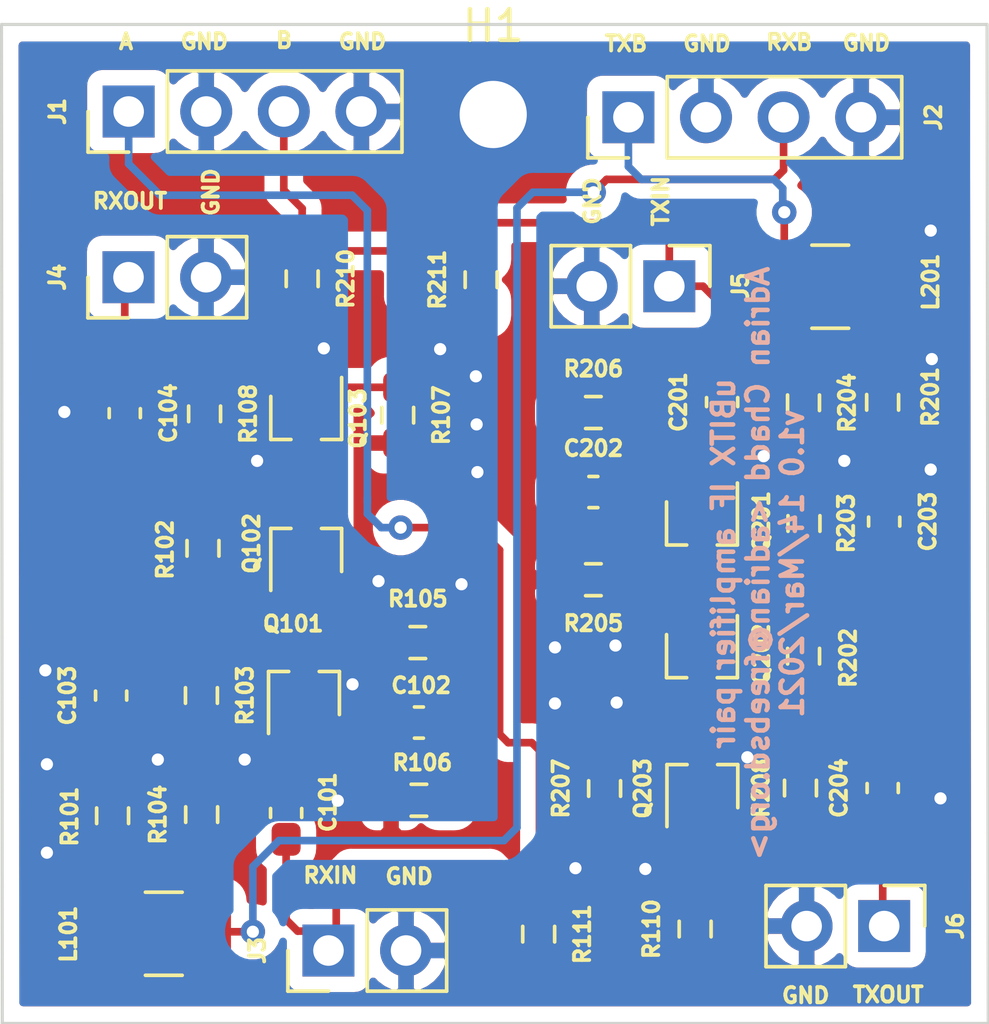
<source format=kicad_pcb>
(kicad_pcb (version 20171130) (host pcbnew 5.1.8)
  (layers (0 F.Cu signal) (31 B.Cu signal) (34 B.Paste user) (35 F.Paste user) (36 B.SilkS user) (37 F.SilkS user) (38 B.Mask user) (39 F.Mask user) (44 Edge.Cuts user))
  (net 0 "")
  (net 1 "Net-(C101-Pad1)")
  (net 2 RX_IN)
  (net 3 "Net-(C102-Pad2)")
  (net 4 "Net-(C102-Pad1)")
  (net 5 "Net-(C103-Pad1)")
  (net 6 GND)
  (net 7 "Net-(C104-Pad2)")
  (net 8 RX_OUT)
  (net 9 "Net-(C201-Pad1)")
  (net 10 TX_IN)
  (net 11 "Net-(C202-Pad2)")
  (net 12 "Net-(C202-Pad1)")
  (net 13 "Net-(C203-Pad1)")
  (net 14 TX_OUT)
  (net 15 "Net-(C204-Pad2)")
  (net 16 SIGNAL_A)
  (net 17 SIGNAL_B)
  (net 18 TXB)
  (net 19 RXB)
  (net 20 "Net-(L101-Pad2)")
  (net 21 "Net-(L201-Pad2)")
  (net 22 "Net-(Q101-Pad3)")
  (net 23 "Net-(Q102-Pad2)")
  (net 24 "Net-(Q201-Pad3)")
  (net 25 "Net-(Q202-Pad2)")
  (module Capacitor_SMD:C_0603_1608Metric_Pad1.08x0.95mm_HandSolder (layer F.Cu) (at 21.21916 37.86632 270)
    (fp_text reference C101 (at -0.35052 -1.3716 90) (layer F.SilkS) (effects (font (size 0.5 0.5) (thickness 0.125))))
    (fp_text value 0.1u)
    (pad 1 smd roundrect (at -0.8625 0 270) (size 1.075 0.95) (layers F.Cu F.Paste F.Mask) (net 1 "Net-(C101-Pad1)"))
    (pad 2 smd roundrect (at 0.8625 0 270) (size 1.075 0.95) (layers F.Cu F.Paste F.Mask) (net 2 RX_IN))
  )
  (module Capacitor_SMD:C_0603_1608Metric_Pad1.08x0.95mm_HandSolder (layer F.Cu) (at 25.56764 34.90722 180)
    (fp_text reference C102 (at -0.07366 1.21412) (layer F.SilkS) (effects (font (size 0.5 0.5) (thickness 0.125))))
    (fp_text value 0.1u)
    (pad 2 smd roundrect (at 0.8625 0 180) (size 1.075 0.95) (layers F.Cu F.Paste F.Mask) (net 3 "Net-(C102-Pad2)"))
    (pad 1 smd roundrect (at -0.8625 0 180) (size 1.075 0.95) (layers F.Cu F.Paste F.Mask) (net 4 "Net-(C102-Pad1)"))
  )
  (module Capacitor_SMD:C_0603_1608Metric_Pad1.08x0.95mm_HandSolder (layer F.Cu) (at 15.48892 34.0233 90)
    (fp_text reference C103 (at 0 -1.43 90) (layer F.SilkS) (effects (font (size 0.5 0.5) (thickness 0.125))))
    (fp_text value 0.1u)
    (pad 1 smd roundrect (at -0.8625 0 90) (size 1.075 0.95) (layers F.Cu F.Paste F.Mask) (net 5 "Net-(C103-Pad1)"))
    (pad 2 smd roundrect (at 0.8625 0 90) (size 1.075 0.95) (layers F.Cu F.Paste F.Mask) (net 6 GND))
  )
  (module Capacitor_SMD:C_0603_1608Metric_Pad1.08x0.95mm_HandSolder (layer F.Cu) (at 15.93596 24.7777 270)
    (fp_text reference C104 (at 0 -1.43 90) (layer F.SilkS) (effects (font (size 0.5 0.5) (thickness 0.125))))
    (fp_text value 0.1u)
    (pad 2 smd roundrect (at 0.8625 0 270) (size 1.075 0.95) (layers F.Cu F.Paste F.Mask) (net 7 "Net-(C104-Pad2)"))
    (pad 1 smd roundrect (at -0.8625 0 270) (size 1.075 0.95) (layers F.Cu F.Paste F.Mask) (net 8 RX_OUT))
  )
  (module Capacitor_SMD:C_0603_1608Metric_Pad1.08x0.95mm_HandSolder (layer F.Cu) (at 35.4965 24.41558 90)
    (fp_text reference C201 (at 0 -1.43 90) (layer F.SilkS) (effects (font (size 0.5 0.5) (thickness 0.125))))
    (fp_text value 0.1u)
    (pad 1 smd roundrect (at -0.8625 0 90) (size 1.075 0.95) (layers F.Cu F.Paste F.Mask) (net 9 "Net-(C201-Pad1)"))
    (pad 2 smd roundrect (at 0.8625 0 90) (size 1.075 0.95) (layers F.Cu F.Paste F.Mask) (net 10 TX_IN))
  )
  (module Capacitor_SMD:C_0603_1608Metric_Pad1.08x0.95mm_HandSolder (layer F.Cu) (at 31.2801 27.36088)
    (fp_text reference C202 (at 0 -1.43) (layer F.SilkS) (effects (font (size 0.5 0.5) (thickness 0.125))))
    (fp_text value 0.1u)
    (pad 2 smd roundrect (at 0.8625 0) (size 1.075 0.95) (layers F.Cu F.Paste F.Mask) (net 11 "Net-(C202-Pad2)"))
    (pad 1 smd roundrect (at -0.8625 0) (size 1.075 0.95) (layers F.Cu F.Paste F.Mask) (net 12 "Net-(C202-Pad1)"))
  )
  (module Capacitor_SMD:C_0603_1608Metric_Pad1.08x0.95mm_HandSolder (layer F.Cu) (at 40.80256 28.32752 270)
    (fp_text reference C203 (at 0 -1.43 90) (layer F.SilkS) (effects (font (size 0.5 0.5) (thickness 0.125))))
    (fp_text value 0.1u)
    (pad 2 smd roundrect (at 0.8625 0 270) (size 1.075 0.95) (layers F.Cu F.Paste F.Mask) (net 6 GND))
    (pad 1 smd roundrect (at -0.8625 0 270) (size 1.075 0.95) (layers F.Cu F.Paste F.Mask) (net 13 "Net-(C203-Pad1)"))
  )
  (module Capacitor_SMD:C_0603_1608Metric_Pad1.08x0.95mm_HandSolder (layer F.Cu) (at 40.7543 37.05098 90)
    (fp_text reference C204 (at 0 -1.43 90) (layer F.SilkS) (effects (font (size 0.5 0.5) (thickness 0.125))))
    (fp_text value 0.1u)
    (pad 1 smd roundrect (at -0.8625 0 90) (size 1.075 0.95) (layers F.Cu F.Paste F.Mask) (net 14 TX_OUT))
    (pad 2 smd roundrect (at 0.8625 0 90) (size 1.075 0.95) (layers F.Cu F.Paste F.Mask) (net 15 "Net-(C204-Pad2)"))
  )
  (module Connector_PinHeader_2.54mm:PinHeader_1x04_P2.54mm_Vertical (layer F.Cu) (at 16.06296 14.90218 90)
    (fp_text reference J1 (at 0 -2.33 90) (layer F.SilkS) (effects (font (size 0.5 0.5) (thickness 0.125))))
    (fp_text value Signal)
    (pad 1 thru_hole rect (at 0 0 90) (size 1.7 1.7) (drill 1) (layers *.Cu *.Mask) (net 16 SIGNAL_A))
    (pad 2 thru_hole oval (at 0 2.54 90) (size 1.7 1.7) (drill 1) (layers *.Cu *.Mask) (net 6 GND))
    (pad 3 thru_hole oval (at 0 5.08 90) (size 1.7 1.7) (drill 1) (layers *.Cu *.Mask) (net 17 SIGNAL_B))
    (pad 4 thru_hole oval (at 0 7.62 90) (size 1.7 1.7) (drill 1) (layers *.Cu *.Mask) (net 6 GND))
  )
  (module Connector_PinHeader_2.54mm:PinHeader_1x02_P2.54mm_Vertical (layer F.Cu) (at 22.606 42.36974 90)
    (fp_text reference J3 (at 0 -2.33 90) (layer F.SilkS) (effects (font (size 0.5 0.5) (thickness 0.125))))
    (fp_text value "RX IN")
    (pad 2 thru_hole oval (at 0 2.54 90) (size 1.7 1.7) (drill 1) (layers *.Cu *.Mask) (net 6 GND))
    (pad 1 thru_hole rect (at 0 0 90) (size 1.7 1.7) (drill 1) (layers *.Cu *.Mask) (net 2 RX_IN))
  )
  (module Connector_PinHeader_2.54mm:PinHeader_1x02_P2.54mm_Vertical (layer F.Cu) (at 16.05788 20.32762 90)
    (fp_text reference J4 (at 0 -2.33 90) (layer F.SilkS) (effects (font (size 0.5 0.5) (thickness 0.125))))
    (fp_text value "RX OUT")
    (pad 1 thru_hole rect (at 0 0 90) (size 1.7 1.7) (drill 1) (layers *.Cu *.Mask) (net 8 RX_OUT))
    (pad 2 thru_hole oval (at 0 2.54 90) (size 1.7 1.7) (drill 1) (layers *.Cu *.Mask) (net 6 GND))
  )
  (module Connector_PinHeader_2.54mm:PinHeader_1x02_P2.54mm_Vertical (layer F.Cu) (at 33.76676 20.62226 270)
    (fp_text reference J5 (at 0 -2.33 90) (layer F.SilkS) (effects (font (size 0.5 0.5) (thickness 0.125))))
    (fp_text value "TX IN")
    (pad 2 thru_hole oval (at 0 2.54 270) (size 1.7 1.7) (drill 1) (layers *.Cu *.Mask) (net 6 GND))
    (pad 1 thru_hole rect (at 0 0 270) (size 1.7 1.7) (drill 1) (layers *.Cu *.Mask) (net 10 TX_IN))
  )
  (module Connector_PinHeader_2.54mm:PinHeader_1x02_P2.54mm_Vertical (layer F.Cu) (at 40.80256 41.56964 270)
    (fp_text reference J6 (at 0 -2.33 90) (layer F.SilkS) (effects (font (size 0.5 0.5) (thickness 0.125))))
    (fp_text value "TX OUT")
    (pad 1 thru_hole rect (at 0 0 270) (size 1.7 1.7) (drill 1) (layers *.Cu *.Mask) (net 14 TX_OUT))
    (pad 2 thru_hole oval (at 0 2.54 270) (size 1.7 1.7) (drill 1) (layers *.Cu *.Mask) (net 6 GND))
  )
  (module Package_TO_SOT_SMD:SOT-323_SC-70 (layer F.Cu) (at 21.80336 33.96488 90)
    (fp_text reference Q101 (at 2.29108 -0.35306 180) (layer F.SilkS) (effects (font (size 0.5 0.5) (thickness 0.125))))
    (fp_text value BFR92)
    (pad 1 smd rect (at -1 -0.65) (size 0.45 0.7) (layers F.Cu F.Paste F.Mask) (net 1 "Net-(C101-Pad1)"))
    (pad 2 smd rect (at -1 0.65) (size 0.45 0.7) (layers F.Cu F.Paste F.Mask) (net 3 "Net-(C102-Pad2)"))
    (pad 3 smd rect (at 1 0) (size 0.45 0.7) (layers F.Cu F.Paste F.Mask) (net 22 "Net-(Q101-Pad3)"))
  )
  (module Package_TO_SOT_SMD:SOT-323_SC-70 (layer F.Cu) (at 21.87702 29.28112 90)
    (fp_text reference Q102 (at 0.23876 -1.78562 90) (layer F.SilkS) (effects (font (size 0.5 0.5) (thickness 0.125))))
    (fp_text value BFR92)
    (pad 3 smd rect (at 1 0) (size 0.45 0.7) (layers F.Cu F.Paste F.Mask) (net 5 "Net-(C103-Pad1)"))
    (pad 2 smd rect (at -1 0.65) (size 0.45 0.7) (layers F.Cu F.Paste F.Mask) (net 23 "Net-(Q102-Pad2)"))
    (pad 1 smd rect (at -1 -0.65) (size 0.45 0.7) (layers F.Cu F.Paste F.Mask) (net 22 "Net-(Q101-Pad3)"))
  )
  (module Package_TO_SOT_SMD:SOT-323_SC-70 (layer F.Cu) (at 21.87702 24.90978 270)
    (fp_text reference Q103 (at 0.0381 -1.69418 90) (layer F.SilkS) (effects (font (size 0.5 0.5) (thickness 0.125))))
    (fp_text value BFR92)
    (pad 1 smd rect (at -1 -0.65 180) (size 0.45 0.7) (layers F.Cu F.Paste F.Mask) (net 23 "Net-(Q102-Pad2)"))
    (pad 2 smd rect (at -1 0.65 180) (size 0.45 0.7) (layers F.Cu F.Paste F.Mask) (net 7 "Net-(C104-Pad2)"))
    (pad 3 smd rect (at 1 0 180) (size 0.45 0.7) (layers F.Cu F.Paste F.Mask) (net 5 "Net-(C103-Pad1)"))
  )
  (module Package_TO_SOT_SMD:SOT-323_SC-70 (layer F.Cu) (at 34.8361 28.36418 270)
    (fp_text reference Q201 (at -0.05 -1.95 90) (layer F.SilkS) (effects (font (size 0.5 0.5) (thickness 0.125))))
    (fp_text value BFR92)
    (pad 3 smd rect (at 1 0 180) (size 0.45 0.7) (layers F.Cu F.Paste F.Mask) (net 24 "Net-(Q201-Pad3)"))
    (pad 2 smd rect (at -1 0.65 180) (size 0.45 0.7) (layers F.Cu F.Paste F.Mask) (net 11 "Net-(C202-Pad2)"))
    (pad 1 smd rect (at -1 -0.65 180) (size 0.45 0.7) (layers F.Cu F.Paste F.Mask) (net 9 "Net-(C201-Pad1)"))
  )
  (module Package_TO_SOT_SMD:SOT-323_SC-70 (layer F.Cu) (at 34.8361 32.70758 270)
    (fp_text reference Q202 (at -0.05 -1.95 90) (layer F.SilkS) (effects (font (size 0.5 0.5) (thickness 0.125))))
    (fp_text value BFR92)
    (pad 1 smd rect (at -1 -0.65 180) (size 0.45 0.7) (layers F.Cu F.Paste F.Mask) (net 24 "Net-(Q201-Pad3)"))
    (pad 2 smd rect (at -1 0.65 180) (size 0.45 0.7) (layers F.Cu F.Paste F.Mask) (net 25 "Net-(Q202-Pad2)"))
    (pad 3 smd rect (at 1 0 180) (size 0.45 0.7) (layers F.Cu F.Paste F.Mask) (net 13 "Net-(C203-Pad1)"))
  )
  (module Package_TO_SOT_SMD:SOT-323_SC-70 (layer F.Cu) (at 34.8488 37.01288 90)
    (fp_text reference Q203 (at -0.05 -1.95 90) (layer F.SilkS) (effects (font (size 0.5 0.5) (thickness 0.125))))
    (fp_text value BFR92)
    (pad 3 smd rect (at 1 0) (size 0.45 0.7) (layers F.Cu F.Paste F.Mask) (net 13 "Net-(C203-Pad1)"))
    (pad 2 smd rect (at -1 0.65) (size 0.45 0.7) (layers F.Cu F.Paste F.Mask) (net 15 "Net-(C204-Pad2)"))
    (pad 1 smd rect (at -1 -0.65) (size 0.45 0.7) (layers F.Cu F.Paste F.Mask) (net 25 "Net-(Q202-Pad2)"))
  )
  (module Resistor_SMD:R_0603_1608Metric_Pad0.98x0.95mm_HandSolder (layer F.Cu) (at 15.53718 37.95776 270)
    (fp_text reference R101 (at 0.02794 1.40208 90) (layer F.SilkS) (effects (font (size 0.5 0.5) (thickness 0.125))))
    (fp_text value 10)
    (pad 1 smd roundrect (at -0.9125 0 270) (size 0.975 0.95) (layers F.Cu F.Paste F.Mask) (net 5 "Net-(C103-Pad1)"))
    (pad 2 smd roundrect (at 0.9125 0 270) (size 0.975 0.95) (layers F.Cu F.Paste F.Mask) (net 20 "Net-(L101-Pad2)"))
  )
  (module Resistor_SMD:R_0603_1608Metric_Pad0.98x0.95mm_HandSolder (layer F.Cu) (at 18.49628 29.20238 270)
    (fp_text reference R102 (at 0.04318 1.23952 90) (layer F.SilkS) (effects (font (size 0.5 0.5) (thickness 0.125))))
    (fp_text value 220)
    (pad 2 smd roundrect (at 0.9125 0 270) (size 0.975 0.95) (layers F.Cu F.Paste F.Mask) (net 22 "Net-(Q101-Pad3)"))
    (pad 1 smd roundrect (at -0.9125 0 270) (size 0.975 0.95) (layers F.Cu F.Paste F.Mask) (net 5 "Net-(C103-Pad1)"))
  )
  (module Resistor_SMD:R_0603_1608Metric_Pad0.98x0.95mm_HandSolder (layer F.Cu) (at 18.44548 34.02076 270)
    (fp_text reference R103 (at 0 -1.43 90) (layer F.SilkS) (effects (font (size 0.5 0.5) (thickness 0.125))))
    (fp_text value 2.2K)
    (pad 1 smd roundrect (at -0.9125 0 270) (size 0.975 0.95) (layers F.Cu F.Paste F.Mask) (net 22 "Net-(Q101-Pad3)"))
    (pad 2 smd roundrect (at 0.9125 0 270) (size 0.975 0.95) (layers F.Cu F.Paste F.Mask) (net 1 "Net-(C101-Pad1)"))
  )
  (module Resistor_SMD:R_0603_1608Metric_Pad0.98x0.95mm_HandSolder (layer F.Cu) (at 18.4531 37.91966 90)
    (fp_text reference R104 (at 0 -1.43 90) (layer F.SilkS) (effects (font (size 0.5 0.5) (thickness 0.125))))
    (fp_text value 1K)
    (pad 2 smd roundrect (at 0.9125 0 90) (size 0.975 0.95) (layers F.Cu F.Paste F.Mask) (net 1 "Net-(C101-Pad1)"))
    (pad 1 smd roundrect (at -0.9125 0 90) (size 0.975 0.95) (layers F.Cu F.Paste F.Mask) (net 6 GND))
  )
  (module Resistor_SMD:R_0603_1608Metric_Pad0.98x0.95mm_HandSolder (layer F.Cu) (at 25.53208 32.28848)
    (fp_text reference R105 (at 0 -1.43) (layer F.SilkS) (effects (font (size 0.5 0.5) (thickness 0.125))))
    (fp_text value 100)
    (pad 1 smd roundrect (at -0.9125 0) (size 0.975 0.95) (layers F.Cu F.Paste F.Mask) (net 3 "Net-(C102-Pad2)"))
    (pad 2 smd roundrect (at 0.9125 0) (size 0.975 0.95) (layers F.Cu F.Paste F.Mask) (net 6 GND))
  )
  (module Resistor_SMD:R_0603_1608Metric_Pad0.98x0.95mm_HandSolder (layer F.Cu) (at 25.56764 37.44976 180)
    (fp_text reference R106 (at -0.11176 1.22936) (layer F.SilkS) (effects (font (size 0.5 0.5) (thickness 0.125))))
    (fp_text value 10)
    (pad 2 smd roundrect (at 0.9125 0 180) (size 0.975 0.95) (layers F.Cu F.Paste F.Mask) (net 6 GND))
    (pad 1 smd roundrect (at -0.9125 0 180) (size 0.975 0.95) (layers F.Cu F.Paste F.Mask) (net 4 "Net-(C102-Pad1)"))
  )
  (module Resistor_SMD:R_0603_1608Metric_Pad0.98x0.95mm_HandSolder (layer F.Cu) (at 24.87168 24.84374 270)
    (fp_text reference R107 (at 0 -1.43 90) (layer F.SilkS) (effects (font (size 0.5 0.5) (thickness 0.125))))
    (fp_text value 2.2K)
    (pad 1 smd roundrect (at -0.9125 0 270) (size 0.975 0.95) (layers F.Cu F.Paste F.Mask) (net 23 "Net-(Q102-Pad2)"))
    (pad 2 smd roundrect (at 0.9125 0 270) (size 0.975 0.95) (layers F.Cu F.Paste F.Mask) (net 6 GND))
  )
  (module Resistor_SMD:R_0603_1608Metric_Pad0.98x0.95mm_HandSolder (layer F.Cu) (at 18.54962 24.80056 270)
    (fp_text reference R108 (at 0 -1.43 90) (layer F.SilkS) (effects (font (size 0.5 0.5) (thickness 0.125))))
    (fp_text value 470)
    (pad 2 smd roundrect (at 0.9125 0 270) (size 0.975 0.95) (layers F.Cu F.Paste F.Mask) (net 6 GND))
    (pad 1 smd roundrect (at -0.9125 0 270) (size 0.975 0.95) (layers F.Cu F.Paste F.Mask) (net 7 "Net-(C104-Pad2)"))
  )
  (module Resistor_SMD:R_0603_1608Metric_Pad0.98x0.95mm_HandSolder (layer F.Cu) (at 34.61258 41.66616 90)
    (fp_text reference R110 (at 0 -1.43 90) (layer F.SilkS) (effects (font (size 0.5 0.5) (thickness 0.125))))
    (fp_text value 47)
    (pad 2 smd roundrect (at 0.9125 0 90) (size 0.975 0.95) (layers F.Cu F.Paste F.Mask) (net 14 TX_OUT))
    (pad 1 smd roundrect (at -0.9125 0 90) (size 0.975 0.95) (layers F.Cu F.Paste F.Mask) (net 16 SIGNAL_A))
  )
  (module Resistor_SMD:R_0603_1608Metric_Pad0.98x0.95mm_HandSolder (layer F.Cu) (at 29.4894 41.8338 270)
    (fp_text reference R111 (at 0 -1.43 90) (layer F.SilkS) (effects (font (size 0.5 0.5) (thickness 0.125))))
    (fp_text value 0)
    (pad 2 smd roundrect (at 0.9125 0 270) (size 0.975 0.95) (layers F.Cu F.Paste F.Mask) (net 2 RX_IN))
    (pad 1 smd roundrect (at -0.9125 0 270) (size 0.975 0.95) (layers F.Cu F.Paste F.Mask) (net 16 SIGNAL_A))
  )
  (module Resistor_SMD:R_0603_1608Metric_Pad0.98x0.95mm_HandSolder (layer F.Cu) (at 40.75176 24.4221 90)
    (fp_text reference R201 (at 0.1778 1.56464 90) (layer F.SilkS) (effects (font (size 0.5 0.5) (thickness 0.125))))
    (fp_text value 10)
    (pad 1 smd roundrect (at -0.9125 0 90) (size 0.975 0.95) (layers F.Cu F.Paste F.Mask) (net 13 "Net-(C203-Pad1)"))
    (pad 2 smd roundrect (at 0.9125 0 90) (size 0.975 0.95) (layers F.Cu F.Paste F.Mask) (net 21 "Net-(L201-Pad2)"))
  )
  (module Resistor_SMD:R_0603_1608Metric_Pad0.98x0.95mm_HandSolder (layer F.Cu) (at 38.1635 32.73298 90)
    (fp_text reference R202 (at -0.05842 1.4605 90) (layer F.SilkS) (effects (font (size 0.5 0.5) (thickness 0.125))))
    (fp_text value 220)
    (pad 2 smd roundrect (at 0.9125 0 90) (size 0.975 0.95) (layers F.Cu F.Paste F.Mask) (net 24 "Net-(Q201-Pad3)"))
    (pad 1 smd roundrect (at -0.9125 0 90) (size 0.975 0.95) (layers F.Cu F.Paste F.Mask) (net 13 "Net-(C203-Pad1)"))
  )
  (module Resistor_SMD:R_0603_1608Metric_Pad0.98x0.95mm_HandSolder (layer F.Cu) (at 38.1762 28.38958 90)
    (fp_text reference R203 (at 0.00508 1.3843 90) (layer F.SilkS) (effects (font (size 0.5 0.5) (thickness 0.125))))
    (fp_text value 2.2K)
    (pad 1 smd roundrect (at -0.9125 0 90) (size 0.975 0.95) (layers F.Cu F.Paste F.Mask) (net 24 "Net-(Q201-Pad3)"))
    (pad 2 smd roundrect (at 0.9125 0 90) (size 0.975 0.95) (layers F.Cu F.Paste F.Mask) (net 9 "Net-(C201-Pad1)"))
  )
  (module Resistor_SMD:R_0603_1608Metric_Pad0.98x0.95mm_HandSolder (layer F.Cu) (at 38.16096 24.43734 270)
    (fp_text reference R204 (at 0 -1.43 90) (layer F.SilkS) (effects (font (size 0.5 0.5) (thickness 0.125))))
    (fp_text value 1K)
    (pad 2 smd roundrect (at 0.9125 0 270) (size 0.975 0.95) (layers F.Cu F.Paste F.Mask) (net 9 "Net-(C201-Pad1)"))
    (pad 1 smd roundrect (at -0.9125 0 270) (size 0.975 0.95) (layers F.Cu F.Paste F.Mask) (net 6 GND))
  )
  (module Resistor_SMD:R_0603_1608Metric_Pad0.98x0.95mm_HandSolder (layer F.Cu) (at 31.2801 30.23108 180)
    (fp_text reference R205 (at 0 -1.43) (layer F.SilkS) (effects (font (size 0.5 0.5) (thickness 0.125))))
    (fp_text value 100)
    (pad 1 smd roundrect (at -0.9125 0 180) (size 0.975 0.95) (layers F.Cu F.Paste F.Mask) (net 11 "Net-(C202-Pad2)"))
    (pad 2 smd roundrect (at 0.9125 0 180) (size 0.975 0.95) (layers F.Cu F.Paste F.Mask) (net 6 GND))
  )
  (module Resistor_SMD:R_0603_1608Metric_Pad0.98x0.95mm_HandSolder (layer F.Cu) (at 31.2801 24.75738)
    (fp_text reference R206 (at 0 -1.43) (layer F.SilkS) (effects (font (size 0.5 0.5) (thickness 0.125))))
    (fp_text value 10)
    (pad 2 smd roundrect (at 0.9125 0) (size 0.975 0.95) (layers F.Cu F.Paste F.Mask) (net 6 GND))
    (pad 1 smd roundrect (at -0.9125 0) (size 0.975 0.95) (layers F.Cu F.Paste F.Mask) (net 12 "Net-(C202-Pad1)"))
  )
  (module Resistor_SMD:R_0603_1608Metric_Pad0.98x0.95mm_HandSolder (layer F.Cu) (at 31.6484 37.06622 90)
    (fp_text reference R207 (at 0 -1.43 90) (layer F.SilkS) (effects (font (size 0.5 0.5) (thickness 0.125))))
    (fp_text value 2.2K)
    (pad 1 smd roundrect (at -0.9125 0 90) (size 0.975 0.95) (layers F.Cu F.Paste F.Mask) (net 25 "Net-(Q202-Pad2)"))
    (pad 2 smd roundrect (at 0.9125 0 90) (size 0.975 0.95) (layers F.Cu F.Paste F.Mask) (net 6 GND))
  )
  (module Resistor_SMD:R_0603_1608Metric_Pad0.98x0.95mm_HandSolder (layer F.Cu) (at 38.0619 37.05098 90)
    (fp_text reference R208 (at 0 -1.29286 90) (layer F.SilkS) (effects (font (size 0.5 0.5) (thickness 0.125))))
    (fp_text value 470)
    (pad 2 smd roundrect (at 0.9125 0 90) (size 0.975 0.95) (layers F.Cu F.Paste F.Mask) (net 6 GND))
    (pad 1 smd roundrect (at -0.9125 0 90) (size 0.975 0.95) (layers F.Cu F.Paste F.Mask) (net 15 "Net-(C204-Pad2)"))
  )
  (module Resistor_SMD:R_0603_1608Metric_Pad0.98x0.95mm_HandSolder (layer F.Cu) (at 21.74494 20.37842 270)
    (fp_text reference R210 (at 0 -1.43 90) (layer F.SilkS) (effects (font (size 0.5 0.5) (thickness 0.125))))
    (fp_text value 47)
    (pad 1 smd roundrect (at -0.9125 0 270) (size 0.975 0.95) (layers F.Cu F.Paste F.Mask) (net 17 SIGNAL_B))
    (pad 2 smd roundrect (at 0.9125 0 270) (size 0.975 0.95) (layers F.Cu F.Paste F.Mask) (net 8 RX_OUT))
  )
  (module Resistor_SMD:R_0603_1608Metric_Pad0.98x0.95mm_HandSolder (layer F.Cu) (at 27.60472 20.4089 90)
    (fp_text reference R211 (at 0 -1.43 90) (layer F.SilkS) (effects (font (size 0.5 0.5) (thickness 0.125))))
    (fp_text value 0)
    (pad 1 smd roundrect (at -0.9125 0 90) (size 0.975 0.95) (layers F.Cu F.Paste F.Mask) (net 17 SIGNAL_B))
    (pad 2 smd roundrect (at 0.9125 0 90) (size 0.975 0.95) (layers F.Cu F.Paste F.Mask) (net 10 TX_IN))
  )
  (module Connector_PinHeader_2.54mm:PinHeader_1x04_P2.54mm_Vertical (layer F.Cu) (at 32.42818 15.09014 90)
    (fp_text reference J2 (at 0 9.98982 90) (layer F.SilkS) (effects (font (size 0.5 0.5) (thickness 0.125))))
    (fp_text value Power)
    (pad 1 thru_hole rect (at 0 0 90) (size 1.7 1.7) (drill 1) (layers *.Cu *.Mask) (net 18 TXB))
    (pad 2 thru_hole oval (at 0 2.54 90) (size 1.7 1.7) (drill 1) (layers *.Cu *.Mask) (net 6 GND))
    (pad 3 thru_hole oval (at 0 5.08 90) (size 1.7 1.7) (drill 1) (layers *.Cu *.Mask) (net 19 RXB))
    (pad 4 thru_hole oval (at 0 7.62 90) (size 1.7 1.7) (drill 1) (layers *.Cu *.Mask) (net 6 GND))
  )
  (module Inductor_SMD:L_1210_3225Metric_Pad1.42x2.65mm_HandSolder (layer F.Cu) (at 17.21358 41.8211 180)
    (fp_text reference L101 (at 3.12166 -0.0127 90) (layer F.SilkS) (effects (font (size 0.5 0.5) (thickness 0.125))))
    (fp_text value 100u)
    (pad 1 smd roundrect (at -1.4875 0 180) (size 1.425 2.65) (layers F.Cu F.Paste F.Mask) (roundrect_rratio 0.175439) (net 19 RXB))
    (pad 2 smd roundrect (at 1.4875 0 180) (size 1.425 2.65) (layers F.Cu F.Paste F.Mask) (roundrect_rratio 0.175439) (net 20 "Net-(L101-Pad2)"))
  )
  (module Inductor_SMD:L_1210_3225Metric_Pad1.42x2.65mm_HandSolder (layer F.Cu) (at 39.03726 20.6375)
    (fp_text reference L201 (at 3.2893 -0.14986 90) (layer F.SilkS) (effects (font (size 0.5 0.5) (thickness 0.125))))
    (fp_text value 100u)
    (pad 2 smd roundrect (at 1.4875 0) (size 1.425 2.65) (layers F.Cu F.Paste F.Mask) (roundrect_rratio 0.175439) (net 21 "Net-(L201-Pad2)"))
    (pad 1 smd roundrect (at -1.4875 0) (size 1.425 2.65) (layers F.Cu F.Paste F.Mask) (roundrect_rratio 0.175439) (net 18 TXB))
  )
  (module MountingHole:MountingHole_2.2mm_M2_DIN965_Pad_TopBottom (layer F.Cu) (at 28 15)
    (fp_text reference H1 (at 0 -2.9) (layer F.SilkS))
    (fp_text value MountingHole_Pad)
    (pad 1 connect circle (at 0 0) (size 3.8 3.8) (layers B.Cu B.Mask) (net 6 GND))
    (pad 1 connect circle (at 0 0) (size 3.8 3.8) (layers F.Cu F.Mask) (net 6 GND))
    (pad 1 thru_hole circle (at 0 0) (size 2.6 2.6) (drill 2.2) (layers *.Cu *.Mask) (net 6 GND))
  )
  (gr_text "uBITX IF amplifier pair\nAdrian Chadd <adrian@freebsd.org>\nv1.0 14/Mar/2021" (at 36.66744 29.69768 90) (layer B.SilkS) (effects (font (size 0.7 0.7)) (justify mirror)))
  (gr_text RXIN (at 22.66696 39.90848) (layer F.SilkS) (effects (font (size 0.5 0.5) (thickness 0.125))))
  (gr_text GND (at 25.2476 39.94404) (layer F.SilkS) (effects (font (size 0.5 0.5) (thickness 0.125))))
  (gr_text TXOUT (at 40.93464 43.815) (layer F.SilkS) (effects (font (size 0.5 0.5) (thickness 0.125))))
  (gr_text GND (at 38.23208 43.8404) (layer F.SilkS) (effects (font (size 0.5 0.5) (thickness 0.125))))
  (gr_text RXOUT (at 16.1036 17.83588) (layer F.SilkS) (effects (font (size 0.5 0.5) (thickness 0.125))))
  (gr_text GND (at 18.76044 17.54124 90) (layer F.SilkS) (effects (font (size 0.5 0.5) (thickness 0.125))))
  (gr_text RXB (at 37.6936 12.63396) (layer F.SilkS) (effects (font (size 0.5 0.5) (thickness 0.125))))
  (gr_text TXB (at 32.34944 12.67968) (layer F.SilkS) (effects (font (size 0.5 0.5) (thickness 0.125))))
  (gr_text GND (at 40.22344 12.65936) (layer F.SilkS) (effects (font (size 0.5 0.5) (thickness 0.125))))
  (gr_text TXIN (at 33.48736 17.83588 90) (layer F.SilkS) (effects (font (size 0.5 0.5) (thickness 0.125))))
  (gr_text GND (at 31.25216 17.8308 90) (layer F.SilkS) (effects (font (size 0.5 0.5) (thickness 0.125))))
  (gr_text GND (at 35.0012 12.67968) (layer F.SilkS) (effects (font (size 0.5 0.5) (thickness 0.125))))
  (gr_text GND (at 23.71852 12.61364) (layer F.SilkS) (effects (font (size 0.5 0.5) (thickness 0.125))))
  (gr_text B (at 21.15312 12.573) (layer F.SilkS) (effects (font (size 0.5 0.5) (thickness 0.125))))
  (gr_text GND (at 18.542 12.61364) (layer F.SilkS) (effects (font (size 0.5 0.5) (thickness 0.125))))
  (gr_text A (at 15.9766 12.61364) (layer F.SilkS) (effects (font (size 0.5 0.5) (thickness 0.125))))
  (gr_line (start 44.1706 12.0523) (end 44.2087 44.7548) (layer Edge.Cuts) (width 0.1))
  (gr_line (start 11.8999 12.0523) (end 44.1706 12.0523) (layer Edge.Cuts) (width 0.1))
  (gr_line (start 11.9253 44.7548) (end 11.8999 12.0523) (layer Edge.Cuts) (width 0.1))
  (gr_line (start 44.2087 44.7548) (end 11.9253 44.7548) (layer Edge.Cuts) (width 0.1))
  (via (at 26.2636 22.6822) (size 0.8) (drill 0.4) (layers F.Cu B.Cu) (net 6))
  (segment (start 21.2852 34.83256) (end 21.22702 34.77438) (width 0.25) (layer F.Cu) (net 1))
  (segment (start 18.4531 34.94088) (end 18.44548 34.93326) (width 0.25) (layer F.Cu) (net 1))
  (segment (start 18.4531 37.00716) (end 18.4531 34.94088) (width 0.25) (layer F.Cu) (net 1))
  (segment (start 21.06814 34.93326) (end 21.22702 34.77438) (width 0.25) (layer F.Cu) (net 1))
  (segment (start 21.12174 34.93326) (end 21.15336 34.96488) (width 0.25) (layer F.Cu) (net 1))
  (segment (start 21.15336 36.93802) (end 21.21916 37.00382) (width 0.25) (layer F.Cu) (net 1))
  (segment (start 21.15336 34.96488) (end 21.15336 36.93802) (width 0.25) (layer F.Cu) (net 1))
  (segment (start 18.44548 34.93326) (end 21.12174 34.93326) (width 0.25) (layer F.Cu) (net 1))
  (segment (start 22.86 41.73474) (end 21.59508 41.73474) (width 0.25) (layer F.Cu) (net 2))
  (segment (start 21.21916 41.35882) (end 21.21916 38.72882) (width 0.25) (layer F.Cu) (net 2))
  (segment (start 21.59508 41.73474) (end 21.21916 41.35882) (width 0.25) (layer F.Cu) (net 2))
  (segment (start 22.86 40.1574) (end 22.86 41.73474) (width 0.25) (layer F.Cu) (net 2))
  (segment (start 23.34514 39.67226) (end 22.86 40.1574) (width 0.25) (layer F.Cu) (net 2))
  (segment (start 28.64168 42.78186) (end 28.10256 42.24274) (width 0.25) (layer F.Cu) (net 2))
  (segment (start 27.89174 39.67226) (end 23.34514 39.67226) (width 0.25) (layer F.Cu) (net 2))
  (segment (start 28.10256 39.88308) (end 27.89174 39.67226) (width 0.25) (layer F.Cu) (net 2))
  (segment (start 28.10256 42.24274) (end 28.10256 39.88308) (width 0.25) (layer F.Cu) (net 2))
  (segment (start 29.5148 42.78186) (end 28.64168 42.78186) (width 0.25) (layer F.Cu) (net 2))
  (segment (start 24.69066 34.9217) (end 24.70514 34.90722) (width 0.25) (layer F.Cu) (net 3))
  (segment (start 24.70514 32.37404) (end 24.61958 32.28848) (width 0.25) (layer F.Cu) (net 3))
  (segment (start 24.70514 34.90722) (end 24.70514 32.37404) (width 0.25) (layer F.Cu) (net 3))
  (segment (start 24.64748 34.96488) (end 24.70514 34.90722) (width 0.25) (layer F.Cu) (net 3))
  (segment (start 22.45336 34.96488) (end 24.64748 34.96488) (width 0.25) (layer F.Cu) (net 3))
  (segment (start 26.48014 34.95722) (end 26.43014 34.90722) (width 0.25) (layer F.Cu) (net 4))
  (segment (start 26.48014 37.44976) (end 26.48014 34.95722) (width 0.25) (layer F.Cu) (net 4))
  (segment (start 21.87702 28.28112) (end 21.87702 25.90978) (width 0.25) (layer F.Cu) (net 5))
  (segment (start 15.53718 34.93406) (end 15.48892 34.8858) (width 0.25) (layer F.Cu) (net 5))
  (segment (start 15.53718 37.04526) (end 15.53718 34.93406) (width 0.25) (layer F.Cu) (net 5))
  (segment (start 18.50504 28.28112) (end 18.49628 28.28988) (width 0.25) (layer F.Cu) (net 5))
  (segment (start 21.87702 28.28112) (end 18.50504 28.28112) (width 0.25) (layer F.Cu) (net 5))
  (segment (start 15.48892 34.8858) (end 16.45776 34.8858) (width 0.25) (layer F.Cu) (net 5))
  (segment (start 16.45776 34.8858) (end 16.97736 34.3662) (width 0.25) (layer F.Cu) (net 5))
  (segment (start 16.97736 28.74518) (end 17.43266 28.28988) (width 0.25) (layer F.Cu) (net 5))
  (segment (start 17.43266 28.28988) (end 18.49628 28.28988) (width 0.25) (layer F.Cu) (net 5))
  (segment (start 16.97736 34.3662) (end 16.97736 28.74518) (width 0.25) (layer F.Cu) (net 5))
  (via (at 26.9621 30.3784) (size 0.8) (drill 0.4) (layers F.Cu B.Cu) (net 6))
  (via (at 30.0228 32.44596) (size 0.8) (drill 0.4) (layers F.Cu B.Cu) (net 6))
  (via (at 30.0228 34.27984) (size 0.8) (drill 0.4) (layers F.Cu B.Cu) (net 6))
  (via (at 30.69336 39.6748) (size 0.8) (drill 0.4) (layers F.Cu B.Cu) (net 6))
  (via (at 22.9108 37.465) (size 0.8) (drill 0.4) (layers F.Cu B.Cu) (net 6))
  (via (at 24.2443 30.2768) (size 0.8) (drill 0.4) (layers F.Cu B.Cu) (net 6))
  (via (at 27.432 23.5712) (size 0.8) (drill 0.4) (layers F.Cu B.Cu) (net 6))
  (via (at 27.4828 26.7081) (size 0.8) (drill 0.4) (layers F.Cu B.Cu) (net 6))
  (via (at 27.4574 25.146) (size 0.8) (drill 0.4) (layers F.Cu B.Cu) (net 6))
  (via (at 22.4536 22.6568) (size 0.8) (drill 0.4) (layers F.Cu B.Cu) (net 6))
  (via (at 42.32656 18.80108) (size 0.8) (drill 0.4) (layers F.Cu B.Cu) (net 6))
  (via (at 42.36212 23.00732) (size 0.8) (drill 0.4) (layers F.Cu B.Cu) (net 6))
  (via (at 42.32656 26.62428) (size 0.8) (drill 0.4) (layers F.Cu B.Cu) (net 6))
  (via (at 42.6466 37.3888) (size 0.8) (drill 0.4) (layers F.Cu B.Cu) (net 6))
  (via (at 13.335 33.1978) (size 0.8) (drill 0.4) (layers F.Cu B.Cu) (net 6))
  (via (at 13.3858 36.2712) (size 0.8) (drill 0.4) (layers F.Cu B.Cu) (net 6))
  (via (at 13.3858 39.1668) (size 0.8) (drill 0.4) (layers F.Cu B.Cu) (net 6))
  (via (at 13.9573 24.7396) (size 0.8) (drill 0.4) (layers F.Cu B.Cu) (net 6))
  (via (at 32.9819 39.7002) (size 0.8) (drill 0.4) (layers F.Cu B.Cu) (net 6))
  (via (at 32.004 32.385) (size 0.8) (drill 0.4) (layers F.Cu B.Cu) (net 6))
  (via (at 32.0421 34.2519) (size 0.8) (drill 0.4) (layers F.Cu B.Cu) (net 6))
  (via (at 19.8628 36.1188) (size 0.8) (drill 0.4) (layers F.Cu B.Cu) (net 6))
  (via (at 17.018 36.1188) (size 0.8) (drill 0.4) (layers F.Cu B.Cu) (net 6))
  (via (at 36.8554 26.1874) (size 0.8) (drill 0.4) (layers F.Cu B.Cu) (net 6))
  (via (at 39.497 26.3398) (size 0.8) (drill 0.4) (layers F.Cu B.Cu) (net 6))
  (via (at 23.3934 33.655) (size 0.8) (drill 0.4) (layers F.Cu B.Cu) (net 6))
  (via (at 20.2692 26.3398) (size 0.8) (drill 0.4) (layers F.Cu B.Cu) (net 6))
  (via (at 36.322 36.0426) (size 0.8) (drill 0.4) (layers F.Cu B.Cu) (net 6))
  (segment (start 18.57134 23.90978) (end 18.54962 23.88806) (width 0.25) (layer F.Cu) (net 7))
  (segment (start 21.22702 23.90978) (end 18.57134 23.90978) (width 0.25) (layer F.Cu) (net 7))
  (segment (start 17.53172 23.88806) (end 18.54962 23.88806) (width 0.25) (layer F.Cu) (net 7))
  (segment (start 17.15516 24.26462) (end 17.53172 23.88806) (width 0.25) (layer F.Cu) (net 7))
  (segment (start 17.15516 25.46604) (end 17.15516 24.26462) (width 0.25) (layer F.Cu) (net 7))
  (segment (start 16.981 25.6402) (end 17.15516 25.46604) (width 0.25) (layer F.Cu) (net 7))
  (segment (start 15.93596 25.6402) (end 16.981 25.6402) (width 0.25) (layer F.Cu) (net 7))
  (segment (start 15.93596 20.44954) (end 16.05788 20.32762) (width 0.25) (layer F.Cu) (net 8))
  (segment (start 15.93596 23.9152) (end 15.93596 22.40788) (width 0.25) (layer F.Cu) (net 8))
  (segment (start 15.93596 22.40788) (end 21.1709 22.40788) (width 0.25) (layer F.Cu) (net 8))
  (segment (start 15.93596 22.40788) (end 15.93596 20.44954) (width 0.25) (layer F.Cu) (net 8))
  (segment (start 21.74494 21.83384) (end 21.74494 21.29092) (width 0.25) (layer F.Cu) (net 8))
  (segment (start 21.1709 22.40788) (end 21.74494 21.83384) (width 0.25) (layer F.Cu) (net 8))
  (segment (start 38.0633 27.36418) (end 38.1762 27.47708) (width 0.25) (layer F.Cu) (net 9))
  (segment (start 35.4861 27.36418) (end 38.0633 27.36418) (width 0.25) (layer F.Cu) (net 9))
  (segment (start 35.4965 27.35378) (end 35.4861 27.36418) (width 0.25) (layer F.Cu) (net 9))
  (segment (start 35.4965 25.27808) (end 35.4965 27.35378) (width 0.25) (layer F.Cu) (net 9))
  (segment (start 38.16096 27.46184) (end 38.1762 27.47708) (width 0.25) (layer F.Cu) (net 9))
  (segment (start 38.16096 25.34984) (end 38.16096 27.46184) (width 0.25) (layer F.Cu) (net 9))
  (segment (start 33.76676 20.62226) (end 34.87166 20.62226) (width 0.25) (layer F.Cu) (net 10))
  (segment (start 35.4965 21.2471) (end 35.4965 23.55308) (width 0.25) (layer F.Cu) (net 10))
  (segment (start 34.87166 20.62226) (end 35.4965 21.2471) (width 0.25) (layer F.Cu) (net 10))
  (segment (start 27.60472 19.4964) (end 27.60472 18.84934) (width 0.25) (layer F.Cu) (net 10))
  (segment (start 27.60472 18.84934) (end 27.90952 18.54454) (width 0.25) (layer F.Cu) (net 10))
  (segment (start 27.90952 18.54454) (end 33.41878 18.54454) (width 0.25) (layer F.Cu) (net 10))
  (segment (start 33.76676 18.89252) (end 33.76676 20.62226) (width 0.25) (layer F.Cu) (net 10))
  (segment (start 33.41878 18.54454) (end 33.76676 18.89252) (width 0.25) (layer F.Cu) (net 10))
  (segment (start 32.1459 27.36418) (end 32.1426 27.36088) (width 0.25) (layer F.Cu) (net 11))
  (segment (start 34.1861 27.36418) (end 32.1459 27.36418) (width 0.25) (layer F.Cu) (net 11))
  (segment (start 32.1426 30.18108) (end 32.1926 30.23108) (width 0.25) (layer F.Cu) (net 11))
  (segment (start 32.1426 27.36088) (end 32.1426 30.18108) (width 0.25) (layer F.Cu) (net 11))
  (segment (start 30.3676 27.31088) (end 30.4176 27.36088) (width 0.25) (layer F.Cu) (net 12))
  (segment (start 30.3676 24.75738) (end 30.3676 27.31088) (width 0.25) (layer F.Cu) (net 12))
  (segment (start 34.8361 36.00018) (end 34.8488 36.01288) (width 0.25) (layer F.Cu) (net 13))
  (segment (start 34.8361 33.70758) (end 34.8361 36.00018) (width 0.25) (layer F.Cu) (net 13))
  (segment (start 34.8982 33.64548) (end 34.8361 33.70758) (width 0.25) (layer F.Cu) (net 13))
  (segment (start 38.1635 33.64548) (end 34.8982 33.64548) (width 0.25) (layer F.Cu) (net 13))
  (segment (start 40.75176 27.41422) (end 40.80256 27.46502) (width 0.25) (layer F.Cu) (net 13))
  (segment (start 40.75176 25.3346) (end 40.75176 27.41422) (width 0.25) (layer F.Cu) (net 13))
  (segment (start 38.1635 33.64548) (end 38.63022 33.64548) (width 0.25) (layer F.Cu) (net 13))
  (segment (start 38.63022 33.64548) (end 39.47414 32.80156) (width 0.25) (layer F.Cu) (net 13))
  (segment (start 39.47414 32.80156) (end 39.47414 27.8384) (width 0.25) (layer F.Cu) (net 13))
  (segment (start 39.84752 27.46502) (end 40.80256 27.46502) (width 0.25) (layer F.Cu) (net 13))
  (segment (start 39.47414 27.8384) (end 39.84752 27.46502) (width 0.25) (layer F.Cu) (net 13))
  (segment (start 40.7543 41.52138) (end 40.80256 41.56964) (width 0.25) (layer F.Cu) (net 14))
  (segment (start 34.61258 40.75366) (end 34.61258 40.41902) (width 0.25) (layer F.Cu) (net 14))
  (segment (start 35.5346 39.497) (end 35.26282 39.76878) (width 0.25) (layer F.Cu) (net 14))
  (segment (start 35.26282 39.76878) (end 35.40506 39.62654) (width 0.25) (layer F.Cu) (net 14))
  (segment (start 40.7543 39.497) (end 40.7543 41.52138) (width 0.25) (layer F.Cu) (net 14))
  (segment (start 34.61258 40.41902) (end 35.26282 39.76878) (width 0.25) (layer F.Cu) (net 14))
  (segment (start 40.7543 39.497) (end 35.5346 39.497) (width 0.25) (layer F.Cu) (net 14))
  (segment (start 40.7543 37.91348) (end 40.7543 39.497) (width 0.25) (layer F.Cu) (net 14))
  (segment (start 38.1119 37.91348) (end 38.0619 37.96348) (width 0.25) (layer F.Cu) (net 15))
  (segment (start 35.5482 37.96348) (end 35.4988 38.01288) (width 0.25) (layer F.Cu) (net 15))
  (segment (start 38.0619 37.96348) (end 35.5482 37.96348) (width 0.25) (layer F.Cu) (net 15))
  (segment (start 38.0619 37.96348) (end 38.86898 37.96348) (width 0.25) (layer F.Cu) (net 15))
  (segment (start 38.86898 37.96348) (end 39.46398 37.36848) (width 0.25) (layer F.Cu) (net 15))
  (segment (start 39.46398 37.36848) (end 39.46398 36.45154) (width 0.25) (layer F.Cu) (net 15))
  (segment (start 39.72704 36.18848) (end 40.7543 36.18848) (width 0.25) (layer F.Cu) (net 15))
  (segment (start 39.46398 36.45154) (end 39.72704 36.18848) (width 0.25) (layer F.Cu) (net 15))
  (via (at 24.9682 28.5242) (size 0.8) (drill 0.4) (layers F.Cu B.Cu) (net 16))
  (segment (start 16.06296 14.90218) (end 16.06296 16.61668) (width 0.25) (layer B.Cu) (net 16))
  (segment (start 16.06296 16.61668) (end 17.08912 17.64284) (width 0.25) (layer B.Cu) (net 16))
  (segment (start 17.08912 17.64284) (end 23.3807 17.64284) (width 0.25) (layer B.Cu) (net 16))
  (segment (start 23.3807 17.64284) (end 23.87854 18.14068) (width 0.25) (layer B.Cu) (net 16))
  (segment (start 23.87854 18.14068) (end 23.87854 27.5463) (width 0.25) (layer B.Cu) (net 16))
  (segment (start 23.87854 27.5463) (end 23.87854 27.70378) (width 0.25) (layer B.Cu) (net 16))
  (segment (start 24.9682 28.5242) (end 24.3332 28.5242) (width 0.25) (layer B.Cu) (net 16))
  (segment (start 23.87854 28.06954) (end 23.87854 27.5463) (width 0.25) (layer B.Cu) (net 16))
  (segment (start 24.3332 28.5242) (end 23.87854 28.06954) (width 0.25) (layer B.Cu) (net 16))
  (segment (start 34.61258 42.57866) (end 32.34754 42.57866) (width 0.25) (layer F.Cu) (net 16))
  (segment (start 32.34754 42.57866) (end 32.0548 42.28592) (width 0.25) (layer F.Cu) (net 16))
  (segment (start 32.0548 42.28592) (end 32.0548 41.1226) (width 0.25) (layer F.Cu) (net 16))
  (segment (start 31.88906 40.95686) (end 29.5148 40.95686) (width 0.25) (layer F.Cu) (net 16))
  (segment (start 32.0548 41.1226) (end 31.88906 40.95686) (width 0.25) (layer F.Cu) (net 16))
  (segment (start 24.9682 28.5242) (end 27.47518 28.5242) (width 0.25) (layer F.Cu) (net 16))
  (segment (start 27.47518 28.5242) (end 28.20924 29.25826) (width 0.25) (layer F.Cu) (net 16))
  (segment (start 28.20924 29.25826) (end 28.20924 35.28568) (width 0.25) (layer F.Cu) (net 16))
  (segment (start 28.20924 35.28568) (end 28.48864 35.56508) (width 0.25) (layer F.Cu) (net 16))
  (segment (start 28.48864 35.56508) (end 29.26334 35.56508) (width 0.25) (layer F.Cu) (net 16))
  (segment (start 29.5148 35.81654) (end 29.5148 40.95686) (width 0.25) (layer F.Cu) (net 16))
  (segment (start 29.26334 35.56508) (end 29.5148 35.81654) (width 0.25) (layer F.Cu) (net 16))
  (segment (start 21.14296 14.90218) (end 21.14296 17.4752) (width 0.25) (layer F.Cu) (net 17))
  (segment (start 21.74494 18.07718) (end 21.74494 19.46592) (width 0.25) (layer F.Cu) (net 17))
  (segment (start 21.14296 17.4752) (end 21.74494 18.07718) (width 0.25) (layer F.Cu) (net 17))
  (segment (start 27.60472 21.3214) (end 25.4273 21.3214) (width 0.25) (layer F.Cu) (net 17))
  (segment (start 25.4273 21.3214) (end 25.0571 20.9512) (width 0.25) (layer F.Cu) (net 17))
  (segment (start 25.0571 20.9512) (end 25.0571 19.6596) (width 0.25) (layer F.Cu) (net 17))
  (segment (start 24.86342 19.46592) (end 21.74494 19.46592) (width 0.25) (layer F.Cu) (net 17))
  (segment (start 25.0571 19.6596) (end 24.86342 19.46592) (width 0.25) (layer F.Cu) (net 17))
  (via (at 37.53104 18.1991) (size 0.8) (drill 0.4) (layers F.Cu B.Cu) (net 18))
  (segment (start 32.42818 15.09014) (end 32.42818 16.70558) (width 0.25) (layer B.Cu) (net 18))
  (segment (start 32.42818 16.70558) (end 32.84728 17.12468) (width 0.25) (layer B.Cu) (net 18))
  (segment (start 32.84728 17.12468) (end 37.18814 17.12468) (width 0.25) (layer B.Cu) (net 18))
  (segment (start 37.18814 17.12468) (end 37.48024 17.41678) (width 0.25) (layer B.Cu) (net 18))
  (segment (start 37.53104 20.61878) (end 37.54976 20.6375) (width 0.25) (layer F.Cu) (net 18))
  (segment (start 37.53104 18.1991) (end 37.53104 20.61878) (width 0.25) (layer F.Cu) (net 18))
  (segment (start 37.48024 18.1483) (end 37.53104 18.1991) (width 0.25) (layer B.Cu) (net 18))
  (segment (start 37.48024 17.41678) (end 37.48024 18.1483) (width 0.25) (layer B.Cu) (net 18))
  (via (at 20.1295 41.75506) (size 0.8) (drill 0.4) (layers F.Cu B.Cu) (net 19))
  (via (at 31.29026 17.54632) (size 0.8) (drill 0.4) (layers F.Cu B.Cu) (net 19))
  (segment (start 37.50818 15.09014) (end 37.50818 16.82496) (width 0.25) (layer F.Cu) (net 19))
  (segment (start 37.50818 16.82496) (end 37.20846 17.12468) (width 0.25) (layer F.Cu) (net 19))
  (segment (start 31.7119 17.12468) (end 31.29026 17.54632) (width 0.25) (layer F.Cu) (net 19))
  (segment (start 37.20846 17.12468) (end 31.7119 17.12468) (width 0.25) (layer F.Cu) (net 19))
  (segment (start 18.76712 41.75506) (end 18.70108 41.8211) (width 0.25) (layer F.Cu) (net 19))
  (segment (start 20.1295 41.75506) (end 18.76712 41.75506) (width 0.25) (layer F.Cu) (net 19))
  (segment (start 20.1295 41.75506) (end 20.1295 39.624) (width 0.25) (layer B.Cu) (net 19))
  (segment (start 20.1295 39.624) (end 20.98294 38.77056) (width 0.25) (layer B.Cu) (net 19))
  (segment (start 20.98294 38.77056) (end 28.35148 38.77056) (width 0.25) (layer B.Cu) (net 19))
  (segment (start 31.29026 17.54632) (end 29.29636 17.54632) (width 0.25) (layer B.Cu) (net 19))
  (segment (start 29.29636 17.54632) (end 28.7782 18.06448) (width 0.25) (layer B.Cu) (net 19))
  (segment (start 28.7782 38.34384) (end 28.35148 38.77056) (width 0.25) (layer B.Cu) (net 19))
  (segment (start 28.7782 18.06448) (end 28.7782 38.34384) (width 0.25) (layer B.Cu) (net 19))
  (segment (start 15.72608 39.05916) (end 15.53718 38.87026) (width 0.25) (layer F.Cu) (net 20))
  (segment (start 15.72608 41.8211) (end 15.72608 39.05916) (width 0.25) (layer F.Cu) (net 20))
  (segment (start 40.75176 20.8645) (end 40.52476 20.6375) (width 0.25) (layer F.Cu) (net 21))
  (segment (start 40.75176 23.5096) (end 40.75176 20.8645) (width 0.25) (layer F.Cu) (net 21))
  (segment (start 21.87702 32.77438) (end 21.87702 32.50692) (width 0.25) (layer F.Cu) (net 22))
  (segment (start 18.44548 30.16568) (end 18.49628 30.11488) (width 0.25) (layer F.Cu) (net 22))
  (segment (start 18.44548 33.10826) (end 18.44548 30.16568) (width 0.25) (layer F.Cu) (net 22))
  (segment (start 21.22702 30.28112) (end 21.22702 31.51608) (width 0.25) (layer F.Cu) (net 22))
  (segment (start 21.22702 31.51608) (end 21.7551 32.04416) (width 0.25) (layer F.Cu) (net 22))
  (segment (start 21.7551 32.91662) (end 21.80336 32.96488) (width 0.25) (layer F.Cu) (net 22))
  (segment (start 21.7551 32.04416) (end 21.7551 32.91662) (width 0.25) (layer F.Cu) (net 22))
  (segment (start 18.58886 32.96488) (end 18.44548 33.10826) (width 0.25) (layer F.Cu) (net 22))
  (segment (start 21.80336 32.96488) (end 18.58886 32.96488) (width 0.25) (layer F.Cu) (net 22))
  (segment (start 22.54848 23.93124) (end 22.52702 23.90978) (width 0.25) (layer F.Cu) (net 23))
  (segment (start 24.87168 23.93124) (end 22.54848 23.93124) (width 0.25) (layer F.Cu) (net 23))
  (segment (start 22.52702 30.28112) (end 22.52702 29.6441) (width 0.25) (layer F.Cu) (net 23))
  (segment (start 22.52702 29.6441) (end 22.79348 29.37764) (width 0.25) (layer F.Cu) (net 23))
  (segment (start 22.79348 29.37764) (end 22.79348 24.8112) (width 0.25) (layer F.Cu) (net 23))
  (segment (start 22.52702 24.54474) (end 22.52702 23.90978) (width 0.25) (layer F.Cu) (net 23))
  (segment (start 22.79348 24.8112) (end 22.52702 24.54474) (width 0.25) (layer F.Cu) (net 23))
  (segment (start 34.8361 29.36418) (end 34.8361 30.02788) (width 0.25) (layer F.Cu) (net 24))
  (segment (start 35.4861 30.67788) (end 35.4861 31.70758) (width 0.25) (layer F.Cu) (net 24))
  (segment (start 34.8361 30.02788) (end 35.4861 30.67788) (width 0.25) (layer F.Cu) (net 24))
  (segment (start 34.8982 29.30208) (end 34.8361 29.36418) (width 0.25) (layer F.Cu) (net 24))
  (segment (start 38.1762 29.30208) (end 34.8982 29.30208) (width 0.25) (layer F.Cu) (net 24))
  (segment (start 38.1762 31.80778) (end 38.1635 31.82048) (width 0.25) (layer F.Cu) (net 24))
  (segment (start 38.1762 29.30208) (end 38.1762 31.80778) (width 0.25) (layer F.Cu) (net 24))
  (segment (start 34.16464 37.97872) (end 34.1988 38.01288) (width 0.25) (layer F.Cu) (net 25))
  (segment (start 31.6484 37.97872) (end 34.16464 37.97872) (width 0.25) (layer F.Cu) (net 25))
  (segment (start 34.1861 31.70758) (end 34.15208 31.70758) (width 0.25) (layer F.Cu) (net 25))
  (segment (start 33.84804 37.24402) (end 34.1988 37.59478) (width 0.25) (layer F.Cu) (net 25))
  (segment (start 34.1988 37.59478) (end 34.1988 38.01288) (width 0.25) (layer F.Cu) (net 25))
  (segment (start 34.1861 32.25776) (end 33.84804 32.59582) (width 0.25) (layer F.Cu) (net 25))
  (segment (start 33.84804 32.59582) (end 33.84804 37.24402) (width 0.25) (layer F.Cu) (net 25))
  (segment (start 34.1861 31.70758) (end 34.1861 32.25776) (width 0.25) (layer F.Cu) (net 25))
  (zone (net 6) (net_name GND) (layer F.Cu) (connect_pads (clearance 0.508)) (min_thickness 0.254) (fill yes (arc_segments 32) (thermal_gap 0.508) (thermal_bridge_width 0.508))
    (polygon (pts (xy 44.2341 44.704) (xy 12.0142 44.704) (xy 11.9126 12.1031) (xy 11.9126 12.065) (xy 44.1833 12.065)))
  )
  (zone (net 6) (net_name GND) (layer B.Cu) (connect_pads (clearance 0.508)) (min_thickness 0.254) (fill yes (arc_segments 32) (thermal_gap 0.508) (thermal_bridge_width 0.508))
    (polygon (pts (xy 44.1452 44.7421) (xy 11.8745 44.7421) (xy 11.8999 12.0142) (xy 44.0817 12.0142)))
  )
)
</source>
